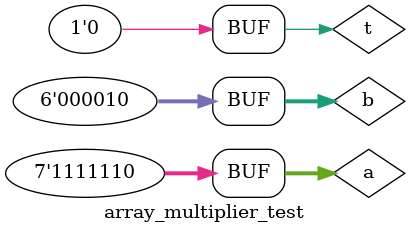
<source format=v>
`timescale 1ns / 1ps


module array_multiplier_test;

	// Inputs
	reg t;
	reg [6:0] a;
	reg [5:0] b;

	// Outputs
	wire [12:0] c;
//	wire [6:0] p;
//	wire [6:0] q;
//	wire [6:0] r;
//	wire [6:0] s;
//	wire [6:0] tt;
//	wire [6:0] u;

	// Instantiate the Unit Under Test (UUT)
	array_multiplier uut (
		.t(t), 
		.a(a), 
		.b(b), 
		.c(c)
//		.p(p),
//		.q(q),
//		.r(r),
//		.s(s),
//		.tt(tt),
//		.u(u)
	);

	initial begin
		// Initialize Inputs

		// Wait 100 ns for global reset to finish
		t = 1; a = -3; b = 3;
		#100;
		t = 1; a = -2; b = -3;
		#100;
		t = 1; a = -2; b = 3;
		#100;
		t = 1; a = 2; b = -2;
		#100;
		t = 1; a = 2; b = 2;
		#100;
		t = 0; a = 2; b = 5;
		#100;
		t = 0; a = -2; b = -2;
		#100;
		t = 0; a = -2; b = 2;
		#100;
        
		// Add stimulus here

	end
      
endmodule


</source>
